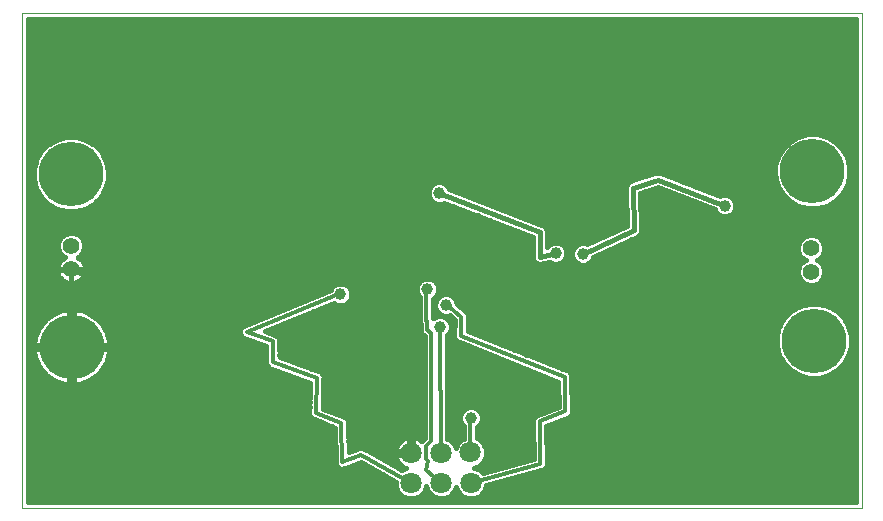
<source format=gbl>
G75*
%MOIN*%
%OFA0B0*%
%FSLAX25Y25*%
%IPPOS*%
%LPD*%
%AMOC8*
5,1,8,0,0,1.08239X$1,22.5*
%
%ADD10C,0.00394*%
%ADD11C,0.07087*%
%ADD12C,0.21500*%
%ADD13C,0.05543*%
%ADD14C,0.01600*%
%ADD15C,0.03962*%
%ADD16C,0.01200*%
D10*
X0013034Y0012996D02*
X0293034Y0012996D01*
X0293034Y0177996D01*
X0013034Y0177996D01*
X0013034Y0012996D01*
D11*
X0142853Y0021407D03*
X0152949Y0021428D03*
X0162790Y0021411D03*
X0162650Y0031511D03*
X0152750Y0031453D03*
X0142837Y0031315D03*
D12*
X0029744Y0066680D03*
X0029449Y0124296D03*
X0276631Y0125207D03*
X0277113Y0068760D03*
D13*
X0276268Y0091703D03*
X0276268Y0099577D03*
X0029561Y0100415D03*
X0029561Y0092541D03*
D14*
X0053628Y0082176D01*
X0056699Y0083111D01*
X0084207Y0072694D01*
X0087944Y0074140D01*
X0088034Y0081828D01*
X0088034Y0081247D01*
X0091038Y0075338D02*
X0038834Y0075338D01*
X0039054Y0075118D02*
X0038182Y0075990D01*
X0037229Y0076772D01*
X0036204Y0077457D01*
X0035116Y0078039D01*
X0033977Y0078511D01*
X0032797Y0078868D01*
X0031588Y0079109D01*
X0030544Y0079212D01*
X0030544Y0067480D01*
X0042276Y0067480D01*
X0042173Y0068524D01*
X0041932Y0069733D01*
X0041575Y0070913D01*
X0041103Y0072052D01*
X0040521Y0073140D01*
X0039836Y0074165D01*
X0039054Y0075118D01*
X0040121Y0073739D02*
X0087178Y0073739D01*
X0087134Y0073718D02*
X0086339Y0073388D01*
X0086316Y0073334D01*
X0086264Y0073310D01*
X0085971Y0072500D01*
X0085642Y0071704D01*
X0085665Y0071650D01*
X0085645Y0071595D01*
X0086011Y0070816D01*
X0086340Y0070021D01*
X0086394Y0069999D01*
X0086419Y0069946D01*
X0087229Y0069653D01*
X0088025Y0069324D01*
X0088079Y0069347D01*
X0094518Y0067022D01*
X0094621Y0061974D01*
X0094450Y0061499D01*
X0094639Y0061099D01*
X0094648Y0060657D01*
X0095012Y0060307D01*
X0095227Y0059851D01*
X0095643Y0059701D01*
X0095963Y0059394D01*
X0096467Y0059405D01*
X0109219Y0054820D01*
X0108984Y0045153D01*
X0108792Y0044682D01*
X0108963Y0044277D01*
X0108952Y0043839D01*
X0109302Y0043471D01*
X0109500Y0043002D01*
X0109906Y0042837D01*
X0110209Y0042519D01*
X0110717Y0042507D01*
X0117401Y0039785D01*
X0117764Y0028778D01*
X0117598Y0028405D01*
X0117792Y0027903D01*
X0117810Y0027365D01*
X0118108Y0027086D01*
X0118256Y0026705D01*
X0118748Y0026487D01*
X0119141Y0026120D01*
X0119549Y0026133D01*
X0119923Y0025968D01*
X0120424Y0026162D01*
X0120962Y0026180D01*
X0121241Y0026478D01*
X0126053Y0028339D01*
X0137710Y0021778D01*
X0137710Y0020384D01*
X0138493Y0018494D01*
X0139939Y0017047D01*
X0141830Y0016264D01*
X0143876Y0016264D01*
X0145766Y0017047D01*
X0147213Y0018494D01*
X0147905Y0020164D01*
X0148588Y0018515D01*
X0150035Y0017068D01*
X0151925Y0016285D01*
X0153972Y0016285D01*
X0155862Y0017068D01*
X0157309Y0018515D01*
X0157865Y0019859D01*
X0158429Y0018497D01*
X0159876Y0017050D01*
X0161767Y0016267D01*
X0163813Y0016267D01*
X0165703Y0017050D01*
X0167150Y0018497D01*
X0167933Y0020388D01*
X0167933Y0020547D01*
X0186187Y0025583D01*
X0186812Y0025589D01*
X0187035Y0025817D01*
X0187342Y0025901D01*
X0187650Y0026445D01*
X0188088Y0026891D01*
X0188084Y0027209D01*
X0188242Y0027486D01*
X0188075Y0028089D01*
X0187952Y0040370D01*
X0194695Y0043070D01*
X0195197Y0043076D01*
X0195508Y0043395D01*
X0195922Y0043561D01*
X0196119Y0044022D01*
X0196469Y0044381D01*
X0196464Y0044827D01*
X0196639Y0045237D01*
X0196453Y0045702D01*
X0196321Y0056229D01*
X0196497Y0056670D01*
X0196310Y0057104D01*
X0196304Y0057576D01*
X0195964Y0057908D01*
X0195776Y0058344D01*
X0195337Y0058519D01*
X0195000Y0058848D01*
X0194524Y0058842D01*
X0161695Y0071905D01*
X0161786Y0075994D01*
X0161871Y0076094D01*
X0161806Y0076888D01*
X0161824Y0077685D01*
X0161733Y0077780D01*
X0161723Y0077910D01*
X0161115Y0078426D01*
X0160564Y0079002D01*
X0160433Y0079005D01*
X0158072Y0081010D01*
X0158072Y0081374D01*
X0157527Y0082690D01*
X0156520Y0083697D01*
X0155203Y0084242D01*
X0153779Y0084242D01*
X0152462Y0083697D01*
X0151455Y0082690D01*
X0150910Y0081374D01*
X0150910Y0079949D01*
X0151455Y0078633D01*
X0152462Y0077625D01*
X0153779Y0077080D01*
X0155203Y0077080D01*
X0155673Y0077275D01*
X0157381Y0075824D01*
X0157271Y0070871D01*
X0157081Y0070393D01*
X0157252Y0069996D01*
X0157242Y0069564D01*
X0157598Y0069192D01*
X0157802Y0068719D01*
X0158203Y0068559D01*
X0158502Y0068247D01*
X0159017Y0068235D01*
X0191934Y0055137D01*
X0192039Y0046746D01*
X0185302Y0044049D01*
X0184803Y0044044D01*
X0184489Y0043723D01*
X0184073Y0043557D01*
X0183876Y0043098D01*
X0183527Y0042742D01*
X0183532Y0042294D01*
X0183355Y0041881D01*
X0183541Y0041418D01*
X0183662Y0029450D01*
X0166702Y0024772D01*
X0165703Y0025771D01*
X0163968Y0026490D01*
X0165564Y0027151D01*
X0167011Y0028598D01*
X0167794Y0030488D01*
X0167794Y0032534D01*
X0167011Y0034425D01*
X0165564Y0035871D01*
X0164797Y0036189D01*
X0164754Y0039913D01*
X0164793Y0039929D01*
X0165801Y0040937D01*
X0166346Y0042253D01*
X0166346Y0043678D01*
X0165801Y0044994D01*
X0164793Y0046001D01*
X0163477Y0046546D01*
X0162052Y0046546D01*
X0160736Y0046001D01*
X0159729Y0044994D01*
X0159184Y0043678D01*
X0159184Y0042253D01*
X0159729Y0040937D01*
X0160349Y0040316D01*
X0160397Y0036145D01*
X0159737Y0035871D01*
X0158290Y0034425D01*
X0157688Y0032972D01*
X0157111Y0034367D01*
X0155664Y0035813D01*
X0154921Y0036121D01*
X0154702Y0070483D01*
X0155519Y0071300D01*
X0156065Y0072617D01*
X0156065Y0074041D01*
X0155519Y0075358D01*
X0154512Y0076365D01*
X0153196Y0076910D01*
X0151771Y0076910D01*
X0150455Y0076365D01*
X0150358Y0076268D01*
X0150189Y0076438D01*
X0150189Y0082783D01*
X0150325Y0082840D01*
X0151332Y0083847D01*
X0151877Y0085163D01*
X0151877Y0086588D01*
X0151332Y0087904D01*
X0150325Y0088912D01*
X0149008Y0089457D01*
X0147584Y0089457D01*
X0146268Y0088912D01*
X0145260Y0087904D01*
X0144715Y0086588D01*
X0144715Y0085163D01*
X0145260Y0083847D01*
X0145789Y0083319D01*
X0145789Y0075692D01*
X0145618Y0075139D01*
X0145789Y0074815D01*
X0145789Y0074448D01*
X0146031Y0074206D01*
X0146031Y0073228D01*
X0145929Y0073095D01*
X0146031Y0072337D01*
X0146031Y0071572D01*
X0146149Y0071454D01*
X0146171Y0071288D01*
X0146779Y0070824D01*
X0147319Y0070283D01*
X0147373Y0070283D01*
X0147373Y0036179D01*
X0146452Y0035257D01*
X0146318Y0035391D01*
X0145637Y0035885D01*
X0144888Y0036267D01*
X0144088Y0036527D01*
X0143637Y0036598D01*
X0143637Y0032115D01*
X0142037Y0032115D01*
X0142037Y0030515D01*
X0137554Y0030515D01*
X0137625Y0030064D01*
X0137885Y0029264D01*
X0138267Y0028515D01*
X0138761Y0027834D01*
X0139356Y0027240D01*
X0140036Y0026745D01*
X0140786Y0026363D01*
X0141118Y0026256D01*
X0139939Y0025768D01*
X0139814Y0025642D01*
X0127995Y0032295D01*
X0127951Y0032408D01*
X0127215Y0032734D01*
X0126513Y0033129D01*
X0126396Y0033096D01*
X0126285Y0033146D01*
X0125533Y0032855D01*
X0124758Y0032638D01*
X0124698Y0032532D01*
X0122076Y0031518D01*
X0121767Y0040889D01*
X0121934Y0041299D01*
X0121738Y0041764D01*
X0121722Y0042268D01*
X0121398Y0042570D01*
X0121227Y0042978D01*
X0120759Y0043169D01*
X0120391Y0043513D01*
X0119949Y0043499D01*
X0113410Y0046161D01*
X0113648Y0055943D01*
X0113836Y0056466D01*
X0113670Y0056820D01*
X0113679Y0057210D01*
X0113296Y0057612D01*
X0113059Y0058115D01*
X0112692Y0058247D01*
X0112422Y0058530D01*
X0111867Y0058544D01*
X0098998Y0063171D01*
X0098895Y0068215D01*
X0099066Y0068688D01*
X0098877Y0069090D01*
X0098868Y0069534D01*
X0098505Y0069883D01*
X0098291Y0070338D01*
X0097873Y0070489D01*
X0097553Y0070796D01*
X0097050Y0070786D01*
X0094109Y0071848D01*
X0117077Y0081375D01*
X0117294Y0081158D01*
X0118610Y0080613D01*
X0120035Y0080613D01*
X0121351Y0081158D01*
X0122358Y0082165D01*
X0122904Y0083481D01*
X0122904Y0084906D01*
X0122358Y0086222D01*
X0121351Y0087230D01*
X0120035Y0087775D01*
X0118610Y0087775D01*
X0117294Y0087230D01*
X0116287Y0086222D01*
X0116081Y0085725D01*
X0087968Y0074064D01*
X0087913Y0074084D01*
X0087134Y0073718D01*
X0085823Y0072141D02*
X0041055Y0072141D01*
X0041687Y0070542D02*
X0086124Y0070542D01*
X0089195Y0068944D02*
X0042089Y0068944D01*
X0042276Y0065880D02*
X0030544Y0065880D01*
X0030544Y0067480D01*
X0028944Y0067480D01*
X0028944Y0079212D01*
X0027900Y0079109D01*
X0026691Y0078868D01*
X0025511Y0078511D01*
X0024372Y0078039D01*
X0023284Y0077457D01*
X0022259Y0076772D01*
X0021306Y0075990D01*
X0020434Y0075118D01*
X0019651Y0074165D01*
X0018966Y0073140D01*
X0018385Y0072052D01*
X0017913Y0070913D01*
X0017555Y0069733D01*
X0017315Y0068524D01*
X0017212Y0067480D01*
X0028944Y0067480D01*
X0028944Y0065880D01*
X0030544Y0065880D01*
X0030544Y0054148D01*
X0031588Y0054251D01*
X0032797Y0054491D01*
X0033977Y0054849D01*
X0035116Y0055321D01*
X0036204Y0055902D01*
X0037229Y0056587D01*
X0038182Y0057370D01*
X0039054Y0058242D01*
X0039836Y0059195D01*
X0040521Y0060220D01*
X0041103Y0061308D01*
X0041575Y0062447D01*
X0041932Y0063627D01*
X0042173Y0064836D01*
X0042276Y0065880D01*
X0042263Y0065747D02*
X0094544Y0065747D01*
X0094577Y0064148D02*
X0042036Y0064148D01*
X0041606Y0062550D02*
X0094609Y0062550D01*
X0094642Y0060951D02*
X0040912Y0060951D01*
X0039942Y0059353D02*
X0096612Y0059353D01*
X0100725Y0062550D02*
X0147373Y0062550D01*
X0147373Y0064148D02*
X0098978Y0064148D01*
X0098945Y0065747D02*
X0147373Y0065747D01*
X0147373Y0067345D02*
X0098913Y0067345D01*
X0098946Y0068944D02*
X0147373Y0068944D01*
X0147061Y0070542D02*
X0097818Y0070542D01*
X0094814Y0072141D02*
X0146031Y0072141D01*
X0146031Y0073739D02*
X0098668Y0073739D01*
X0102522Y0075338D02*
X0145679Y0075338D01*
X0145789Y0076936D02*
X0106376Y0076936D01*
X0102599Y0080133D02*
X0015031Y0080133D01*
X0015031Y0078535D02*
X0025591Y0078535D01*
X0028944Y0078535D02*
X0030544Y0078535D01*
X0030544Y0076936D02*
X0028944Y0076936D01*
X0028944Y0075338D02*
X0030544Y0075338D01*
X0030544Y0073739D02*
X0028944Y0073739D01*
X0028944Y0072141D02*
X0030544Y0072141D01*
X0030544Y0070542D02*
X0028944Y0070542D01*
X0028944Y0068944D02*
X0030544Y0068944D01*
X0030544Y0067345D02*
X0093623Y0067345D01*
X0105171Y0060951D02*
X0147373Y0060951D01*
X0147373Y0059353D02*
X0109617Y0059353D01*
X0113229Y0057754D02*
X0147373Y0057754D01*
X0147373Y0056156D02*
X0113724Y0056156D01*
X0113614Y0054557D02*
X0147373Y0054557D01*
X0147373Y0052959D02*
X0113575Y0052959D01*
X0113536Y0051360D02*
X0147373Y0051360D01*
X0147373Y0049761D02*
X0113498Y0049761D01*
X0113459Y0048163D02*
X0147373Y0048163D01*
X0147373Y0046564D02*
X0113420Y0046564D01*
X0116345Y0044966D02*
X0147373Y0044966D01*
X0147373Y0043367D02*
X0120547Y0043367D01*
X0121738Y0041769D02*
X0147373Y0041769D01*
X0147373Y0040170D02*
X0121791Y0040170D01*
X0121843Y0038572D02*
X0147373Y0038572D01*
X0147373Y0036973D02*
X0121896Y0036973D01*
X0121949Y0035375D02*
X0139340Y0035375D01*
X0139356Y0035391D02*
X0138761Y0034796D01*
X0138267Y0034116D01*
X0137885Y0033366D01*
X0137625Y0032566D01*
X0137554Y0032115D01*
X0142037Y0032115D01*
X0142037Y0036598D01*
X0141586Y0036527D01*
X0140786Y0036267D01*
X0140036Y0035885D01*
X0139356Y0035391D01*
X0138094Y0033776D02*
X0122001Y0033776D01*
X0122054Y0032178D02*
X0123782Y0032178D01*
X0128203Y0032178D02*
X0137564Y0032178D01*
X0138029Y0028981D02*
X0133883Y0028981D01*
X0131043Y0030579D02*
X0142037Y0030579D01*
X0142037Y0032178D02*
X0143637Y0032178D01*
X0143637Y0033776D02*
X0142037Y0033776D01*
X0142037Y0035375D02*
X0143637Y0035375D01*
X0146334Y0035375D02*
X0146570Y0035375D01*
X0154915Y0036973D02*
X0160388Y0036973D01*
X0160369Y0038572D02*
X0154905Y0038572D01*
X0154895Y0040170D02*
X0160351Y0040170D01*
X0159384Y0041769D02*
X0154885Y0041769D01*
X0154874Y0043367D02*
X0159184Y0043367D01*
X0159717Y0044966D02*
X0154864Y0044966D01*
X0154854Y0046564D02*
X0191585Y0046564D01*
X0192022Y0048163D02*
X0154844Y0048163D01*
X0154834Y0049761D02*
X0192002Y0049761D01*
X0191982Y0051360D02*
X0154823Y0051360D01*
X0154813Y0052959D02*
X0191962Y0052959D01*
X0191942Y0054557D02*
X0154803Y0054557D01*
X0154793Y0056156D02*
X0189376Y0056156D01*
X0185358Y0057754D02*
X0154783Y0057754D01*
X0154773Y0059353D02*
X0181341Y0059353D01*
X0177324Y0060951D02*
X0154762Y0060951D01*
X0154752Y0062550D02*
X0173306Y0062550D01*
X0169289Y0064148D02*
X0154742Y0064148D01*
X0154732Y0065747D02*
X0165272Y0065747D01*
X0161254Y0067345D02*
X0154722Y0067345D01*
X0154711Y0068944D02*
X0157705Y0068944D01*
X0157140Y0070542D02*
X0154761Y0070542D01*
X0155867Y0072141D02*
X0157299Y0072141D01*
X0157335Y0073739D02*
X0156065Y0073739D01*
X0155528Y0075338D02*
X0157370Y0075338D01*
X0156072Y0076936D02*
X0150189Y0076936D01*
X0150189Y0078535D02*
X0151553Y0078535D01*
X0150910Y0080133D02*
X0150189Y0080133D01*
X0150189Y0081732D02*
X0151058Y0081732D01*
X0150815Y0083330D02*
X0152096Y0083330D01*
X0151780Y0084929D02*
X0291037Y0084929D01*
X0291037Y0086527D02*
X0151877Y0086527D01*
X0151110Y0088126D02*
X0273663Y0088126D01*
X0273792Y0087997D02*
X0272562Y0089227D01*
X0271896Y0090833D01*
X0271896Y0092573D01*
X0272562Y0094179D01*
X0273792Y0095409D01*
X0274349Y0095640D01*
X0273792Y0095871D01*
X0272562Y0097101D01*
X0271896Y0098707D01*
X0271896Y0100447D01*
X0272562Y0102053D01*
X0273792Y0103283D01*
X0275399Y0103949D01*
X0277138Y0103949D01*
X0278744Y0103283D01*
X0279974Y0102053D01*
X0280640Y0100447D01*
X0280640Y0098707D01*
X0279974Y0097101D01*
X0278744Y0095871D01*
X0278187Y0095640D01*
X0278744Y0095409D01*
X0279974Y0094179D01*
X0280640Y0092573D01*
X0280640Y0090833D01*
X0279974Y0089227D01*
X0278744Y0087997D01*
X0277138Y0087331D01*
X0275399Y0087331D01*
X0273792Y0087997D01*
X0272356Y0089724D02*
X0033165Y0089724D01*
X0033048Y0089562D02*
X0033471Y0090145D01*
X0033797Y0090786D01*
X0034020Y0091470D01*
X0034132Y0092181D01*
X0034132Y0092455D01*
X0029646Y0092455D01*
X0029646Y0087969D01*
X0029920Y0087969D01*
X0030631Y0088081D01*
X0031315Y0088304D01*
X0031957Y0088631D01*
X0032539Y0089054D01*
X0033048Y0089562D01*
X0033972Y0091323D02*
X0271896Y0091323D01*
X0272041Y0092921D02*
X0034129Y0092921D01*
X0034132Y0092900D02*
X0034020Y0093611D01*
X0033797Y0094295D01*
X0033471Y0094937D01*
X0033048Y0095519D01*
X0032539Y0096028D01*
X0031957Y0096451D01*
X0031713Y0096574D01*
X0032037Y0096708D01*
X0033267Y0097938D01*
X0033932Y0099545D01*
X0033932Y0101284D01*
X0033267Y0102891D01*
X0032037Y0104121D01*
X0030430Y0104786D01*
X0028691Y0104786D01*
X0027084Y0104121D01*
X0025854Y0102891D01*
X0025189Y0101284D01*
X0025189Y0099545D01*
X0025854Y0097938D01*
X0027084Y0096708D01*
X0027408Y0096574D01*
X0027164Y0096451D01*
X0026582Y0096028D01*
X0026073Y0095519D01*
X0025650Y0094937D01*
X0025324Y0094295D01*
X0025101Y0093611D01*
X0024989Y0092900D01*
X0024989Y0092626D01*
X0029475Y0092626D01*
X0029475Y0092455D01*
X0029646Y0092455D01*
X0029646Y0092626D01*
X0034132Y0092626D01*
X0034132Y0092900D01*
X0033683Y0094520D02*
X0184757Y0094520D01*
X0184843Y0094465D02*
X0185057Y0094427D01*
X0185257Y0094344D01*
X0185522Y0094344D01*
X0185783Y0094297D01*
X0185995Y0094344D01*
X0186212Y0094344D01*
X0186457Y0094445D01*
X0188911Y0094985D01*
X0189019Y0094876D01*
X0190335Y0094331D01*
X0191760Y0094331D01*
X0193076Y0094876D01*
X0194084Y0095883D01*
X0194629Y0097199D01*
X0194629Y0098624D01*
X0194084Y0099940D01*
X0193076Y0100948D01*
X0191760Y0101493D01*
X0190335Y0101493D01*
X0189019Y0100948D01*
X0188134Y0100063D01*
X0188134Y0104617D01*
X0188145Y0104644D01*
X0188134Y0105093D01*
X0188134Y0105543D01*
X0188123Y0105569D01*
X0188122Y0105598D01*
X0187941Y0106010D01*
X0187769Y0106425D01*
X0187748Y0106445D01*
X0187737Y0106472D01*
X0187412Y0106782D01*
X0187094Y0107100D01*
X0187067Y0107111D01*
X0187046Y0107131D01*
X0186627Y0107293D01*
X0186212Y0107466D01*
X0186183Y0107466D01*
X0155634Y0119301D01*
X0155323Y0120052D01*
X0154315Y0121059D01*
X0152999Y0121605D01*
X0151574Y0121605D01*
X0150258Y0121059D01*
X0149251Y0120052D01*
X0148706Y0118736D01*
X0148706Y0117311D01*
X0149251Y0115995D01*
X0150258Y0114988D01*
X0151574Y0114442D01*
X0152999Y0114442D01*
X0153911Y0114820D01*
X0183334Y0103422D01*
X0183334Y0096956D01*
X0183288Y0096695D01*
X0183334Y0096483D01*
X0183334Y0096266D01*
X0183436Y0096021D01*
X0183493Y0095762D01*
X0183617Y0095584D01*
X0183700Y0095384D01*
X0183887Y0095197D01*
X0184039Y0094979D01*
X0184221Y0094862D01*
X0184375Y0094709D01*
X0184620Y0094608D01*
X0184843Y0094465D01*
X0186796Y0094520D02*
X0189879Y0094520D01*
X0192217Y0094520D02*
X0198466Y0094520D01*
X0198113Y0094666D02*
X0199430Y0094121D01*
X0200854Y0094121D01*
X0202170Y0094666D01*
X0203178Y0095673D01*
X0203580Y0096645D01*
X0218134Y0103357D01*
X0218549Y0103538D01*
X0218567Y0103557D01*
X0218590Y0103568D01*
X0218897Y0103900D01*
X0219211Y0104226D01*
X0219221Y0104250D01*
X0219238Y0104269D01*
X0219395Y0104694D01*
X0219560Y0105115D01*
X0219560Y0105141D01*
X0219569Y0105165D01*
X0219551Y0105617D01*
X0219319Y0118039D01*
X0225050Y0119889D01*
X0244013Y0112505D01*
X0244327Y0111747D01*
X0245334Y0110740D01*
X0246650Y0110195D01*
X0248075Y0110195D01*
X0249391Y0110740D01*
X0250399Y0111747D01*
X0250944Y0113064D01*
X0250944Y0114488D01*
X0250399Y0115804D01*
X0249391Y0116812D01*
X0248075Y0117357D01*
X0246650Y0117357D01*
X0245744Y0116982D01*
X0226110Y0124627D01*
X0225794Y0124789D01*
X0225668Y0124799D01*
X0225551Y0124845D01*
X0225196Y0124837D01*
X0224842Y0124866D01*
X0224722Y0124827D01*
X0224596Y0124825D01*
X0224271Y0124682D01*
X0216486Y0122169D01*
X0216364Y0122166D01*
X0216035Y0122023D01*
X0215694Y0121913D01*
X0215601Y0121834D01*
X0215489Y0121785D01*
X0215240Y0121527D01*
X0214967Y0121294D01*
X0214911Y0121185D01*
X0214826Y0121097D01*
X0214695Y0120763D01*
X0214532Y0120445D01*
X0214522Y0120322D01*
X0214477Y0120208D01*
X0214484Y0119850D01*
X0214455Y0119493D01*
X0214493Y0119376D01*
X0214723Y0107070D01*
X0201550Y0100994D01*
X0200854Y0101283D01*
X0199430Y0101283D01*
X0198113Y0100738D01*
X0197106Y0099730D01*
X0196561Y0098414D01*
X0196561Y0096989D01*
X0197106Y0095673D01*
X0198113Y0094666D01*
X0196922Y0096118D02*
X0194181Y0096118D01*
X0194629Y0097717D02*
X0196561Y0097717D01*
X0196934Y0099315D02*
X0194343Y0099315D01*
X0193110Y0100914D02*
X0198539Y0100914D01*
X0200142Y0097702D02*
X0217152Y0105547D01*
X0216886Y0119776D01*
X0225125Y0122435D01*
X0247363Y0113776D01*
X0244179Y0112103D02*
X0219430Y0112103D01*
X0219459Y0110505D02*
X0245902Y0110505D01*
X0248824Y0110505D02*
X0291037Y0110505D01*
X0291037Y0112103D02*
X0250546Y0112103D01*
X0250944Y0113702D02*
X0271859Y0113702D01*
X0271864Y0113699D02*
X0275005Y0112857D01*
X0278257Y0112857D01*
X0281398Y0113699D01*
X0284214Y0115325D01*
X0286513Y0117624D01*
X0288139Y0120440D01*
X0288981Y0123581D01*
X0288981Y0126833D01*
X0288139Y0129974D01*
X0286513Y0132790D01*
X0284214Y0135090D01*
X0281398Y0136716D01*
X0278257Y0137557D01*
X0275005Y0137557D01*
X0271864Y0136716D01*
X0269048Y0135090D01*
X0266749Y0132790D01*
X0265123Y0129974D01*
X0264281Y0126833D01*
X0264281Y0123581D01*
X0265123Y0120440D01*
X0266749Y0117624D01*
X0269048Y0115325D01*
X0271864Y0113699D01*
X0269090Y0115300D02*
X0250607Y0115300D01*
X0249181Y0116899D02*
X0267474Y0116899D01*
X0266244Y0118497D02*
X0241852Y0118497D01*
X0237747Y0120096D02*
X0265321Y0120096D01*
X0264787Y0121695D02*
X0233641Y0121695D01*
X0229536Y0123293D02*
X0264358Y0123293D01*
X0264281Y0124892D02*
X0041799Y0124892D01*
X0041799Y0125922D02*
X0040957Y0129063D01*
X0039332Y0131880D01*
X0037032Y0134179D01*
X0034216Y0135805D01*
X0031075Y0136646D01*
X0027823Y0136646D01*
X0024682Y0135805D01*
X0021866Y0134179D01*
X0019567Y0131880D01*
X0017941Y0129063D01*
X0017099Y0125922D01*
X0017099Y0122671D01*
X0017941Y0119530D01*
X0019567Y0116713D01*
X0021866Y0114414D01*
X0024682Y0112788D01*
X0027823Y0111946D01*
X0031075Y0111946D01*
X0034216Y0112788D01*
X0037032Y0114414D01*
X0039332Y0116713D01*
X0040957Y0119530D01*
X0041799Y0122671D01*
X0041799Y0125922D01*
X0041647Y0126490D02*
X0264281Y0126490D01*
X0264617Y0128089D02*
X0041219Y0128089D01*
X0040597Y0129687D02*
X0265046Y0129687D01*
X0265880Y0131286D02*
X0039674Y0131286D01*
X0038327Y0132884D02*
X0266842Y0132884D01*
X0268441Y0134483D02*
X0036506Y0134483D01*
X0033185Y0136081D02*
X0270765Y0136081D01*
X0282497Y0136081D02*
X0291037Y0136081D01*
X0291037Y0134483D02*
X0284821Y0134483D01*
X0286420Y0132884D02*
X0291037Y0132884D01*
X0291037Y0131286D02*
X0287382Y0131286D01*
X0288216Y0129687D02*
X0291037Y0129687D01*
X0291037Y0128089D02*
X0288645Y0128089D01*
X0288981Y0126490D02*
X0291037Y0126490D01*
X0291037Y0124892D02*
X0288981Y0124892D01*
X0288904Y0123293D02*
X0291037Y0123293D01*
X0291037Y0121695D02*
X0288475Y0121695D01*
X0287941Y0120096D02*
X0291037Y0120096D01*
X0291037Y0118497D02*
X0287018Y0118497D01*
X0285788Y0116899D02*
X0291037Y0116899D01*
X0291037Y0115300D02*
X0284172Y0115300D01*
X0281403Y0113702D02*
X0291037Y0113702D01*
X0291037Y0108906D02*
X0219489Y0108906D01*
X0219519Y0107308D02*
X0291037Y0107308D01*
X0291037Y0105709D02*
X0219549Y0105709D01*
X0219100Y0104111D02*
X0291037Y0104111D01*
X0291037Y0102512D02*
X0279515Y0102512D01*
X0280446Y0100914D02*
X0291037Y0100914D01*
X0291037Y0099315D02*
X0280640Y0099315D01*
X0280229Y0097717D02*
X0291037Y0097717D01*
X0291037Y0096118D02*
X0278992Y0096118D01*
X0279634Y0094520D02*
X0291037Y0094520D01*
X0291037Y0092921D02*
X0280495Y0092921D01*
X0280640Y0091323D02*
X0291037Y0091323D01*
X0291037Y0089724D02*
X0280180Y0089724D01*
X0278873Y0088126D02*
X0291037Y0088126D01*
X0291037Y0083330D02*
X0156886Y0083330D01*
X0157924Y0081732D02*
X0291037Y0081732D01*
X0291037Y0080133D02*
X0282114Y0080133D01*
X0281880Y0080268D02*
X0278739Y0081110D01*
X0275487Y0081110D01*
X0272346Y0080268D01*
X0269530Y0078642D01*
X0267231Y0076343D01*
X0265605Y0073527D01*
X0264763Y0070386D01*
X0264763Y0067134D01*
X0265605Y0063993D01*
X0267231Y0061177D01*
X0269530Y0058877D01*
X0272346Y0057251D01*
X0275487Y0056410D01*
X0278739Y0056410D01*
X0281880Y0057251D01*
X0284696Y0058877D01*
X0286996Y0061177D01*
X0288621Y0063993D01*
X0289463Y0067134D01*
X0289463Y0070386D01*
X0288621Y0073527D01*
X0286996Y0076343D01*
X0284696Y0078642D01*
X0281880Y0080268D01*
X0284804Y0078535D02*
X0291037Y0078535D01*
X0291037Y0076936D02*
X0286402Y0076936D01*
X0287576Y0075338D02*
X0291037Y0075338D01*
X0291037Y0073739D02*
X0288499Y0073739D01*
X0288993Y0072141D02*
X0291037Y0072141D01*
X0291037Y0070542D02*
X0289421Y0070542D01*
X0289463Y0068944D02*
X0291037Y0068944D01*
X0291037Y0067345D02*
X0289463Y0067345D01*
X0289091Y0065747D02*
X0291037Y0065747D01*
X0291037Y0064148D02*
X0288663Y0064148D01*
X0287788Y0062550D02*
X0291037Y0062550D01*
X0291037Y0060951D02*
X0286770Y0060951D01*
X0285171Y0059353D02*
X0291037Y0059353D01*
X0291037Y0057754D02*
X0282751Y0057754D01*
X0291037Y0056156D02*
X0196322Y0056156D01*
X0196342Y0054557D02*
X0291037Y0054557D01*
X0291037Y0052959D02*
X0196362Y0052959D01*
X0196382Y0051360D02*
X0291037Y0051360D01*
X0291037Y0049761D02*
X0196402Y0049761D01*
X0196422Y0048163D02*
X0291037Y0048163D01*
X0291037Y0046564D02*
X0196442Y0046564D01*
X0196523Y0044966D02*
X0291037Y0044966D01*
X0291037Y0043367D02*
X0195481Y0043367D01*
X0191445Y0041769D02*
X0291037Y0041769D01*
X0291037Y0040170D02*
X0187954Y0040170D01*
X0187970Y0038572D02*
X0291037Y0038572D01*
X0291037Y0036973D02*
X0187986Y0036973D01*
X0188002Y0035375D02*
X0291037Y0035375D01*
X0291037Y0033776D02*
X0188018Y0033776D01*
X0188034Y0032178D02*
X0291037Y0032178D01*
X0291037Y0030579D02*
X0188050Y0030579D01*
X0188066Y0028981D02*
X0291037Y0028981D01*
X0291037Y0027382D02*
X0188183Y0027382D01*
X0187003Y0025784D02*
X0291037Y0025784D01*
X0291037Y0024185D02*
X0181121Y0024185D01*
X0176164Y0027382D02*
X0165795Y0027382D01*
X0165672Y0025784D02*
X0170370Y0025784D01*
X0167169Y0028981D02*
X0181959Y0028981D01*
X0183650Y0030579D02*
X0167794Y0030579D01*
X0167794Y0032178D02*
X0183634Y0032178D01*
X0183618Y0033776D02*
X0167279Y0033776D01*
X0166060Y0035375D02*
X0183602Y0035375D01*
X0183586Y0036973D02*
X0164788Y0036973D01*
X0164770Y0038572D02*
X0183569Y0038572D01*
X0183553Y0040170D02*
X0165034Y0040170D01*
X0166145Y0041769D02*
X0183400Y0041769D01*
X0183992Y0043367D02*
X0166346Y0043367D01*
X0165812Y0044966D02*
X0187593Y0044966D01*
X0196122Y0057754D02*
X0271476Y0057754D01*
X0269055Y0059353D02*
X0193242Y0059353D01*
X0189225Y0060951D02*
X0267456Y0060951D01*
X0266438Y0062550D02*
X0185208Y0062550D01*
X0181190Y0064148D02*
X0265563Y0064148D01*
X0265135Y0065747D02*
X0177173Y0065747D01*
X0173156Y0067345D02*
X0264763Y0067345D01*
X0264763Y0068944D02*
X0169138Y0068944D01*
X0165121Y0070542D02*
X0264805Y0070542D01*
X0265233Y0072141D02*
X0161700Y0072141D01*
X0161736Y0073739D02*
X0265727Y0073739D01*
X0266650Y0075338D02*
X0161771Y0075338D01*
X0161807Y0076936D02*
X0267824Y0076936D01*
X0269422Y0078535D02*
X0161011Y0078535D01*
X0159105Y0080133D02*
X0272112Y0080133D01*
X0272902Y0094520D02*
X0201818Y0094520D01*
X0203362Y0096118D02*
X0273544Y0096118D01*
X0272307Y0097717D02*
X0205905Y0097717D01*
X0209371Y0099315D02*
X0271896Y0099315D01*
X0272090Y0100914D02*
X0212836Y0100914D01*
X0216302Y0102512D02*
X0273021Y0102512D01*
X0240939Y0113702D02*
X0219400Y0113702D01*
X0219370Y0115300D02*
X0236834Y0115300D01*
X0232728Y0116899D02*
X0219340Y0116899D01*
X0220739Y0118497D02*
X0228623Y0118497D01*
X0219969Y0123293D02*
X0041799Y0123293D01*
X0041538Y0121695D02*
X0215402Y0121695D01*
X0214479Y0120096D02*
X0155279Y0120096D01*
X0157707Y0118497D02*
X0214509Y0118497D01*
X0214539Y0116899D02*
X0161833Y0116899D01*
X0165959Y0115300D02*
X0214569Y0115300D01*
X0214599Y0113702D02*
X0170085Y0113702D01*
X0174211Y0112103D02*
X0214629Y0112103D01*
X0214659Y0110505D02*
X0178337Y0110505D01*
X0182464Y0108906D02*
X0214689Y0108906D01*
X0214718Y0107308D02*
X0186592Y0107308D01*
X0188073Y0105709D02*
X0211773Y0105709D01*
X0208307Y0104111D02*
X0188134Y0104111D01*
X0188134Y0102512D02*
X0204842Y0102512D01*
X0191048Y0097912D02*
X0185734Y0096744D01*
X0185734Y0105066D01*
X0152287Y0118023D01*
X0149945Y0115300D02*
X0037919Y0115300D01*
X0039439Y0116899D02*
X0148876Y0116899D01*
X0148706Y0118497D02*
X0040362Y0118497D01*
X0041109Y0120096D02*
X0149295Y0120096D01*
X0156798Y0113702D02*
X0035799Y0113702D01*
X0031661Y0112103D02*
X0160924Y0112103D01*
X0165050Y0110505D02*
X0015031Y0110505D01*
X0015031Y0112103D02*
X0027237Y0112103D01*
X0023099Y0113702D02*
X0015031Y0113702D01*
X0015031Y0115300D02*
X0020980Y0115300D01*
X0019459Y0116899D02*
X0015031Y0116899D01*
X0015031Y0118497D02*
X0018537Y0118497D01*
X0017789Y0120096D02*
X0015031Y0120096D01*
X0015031Y0121695D02*
X0017361Y0121695D01*
X0017099Y0123293D02*
X0015031Y0123293D01*
X0015031Y0124892D02*
X0017099Y0124892D01*
X0017251Y0126490D02*
X0015031Y0126490D01*
X0015031Y0128089D02*
X0017680Y0128089D01*
X0018301Y0129687D02*
X0015031Y0129687D01*
X0015031Y0131286D02*
X0019224Y0131286D01*
X0020571Y0132884D02*
X0015031Y0132884D01*
X0015031Y0134483D02*
X0022392Y0134483D01*
X0025713Y0136081D02*
X0015031Y0136081D01*
X0015031Y0137680D02*
X0291037Y0137680D01*
X0291037Y0139278D02*
X0015031Y0139278D01*
X0015031Y0140877D02*
X0291037Y0140877D01*
X0291037Y0142475D02*
X0015031Y0142475D01*
X0015031Y0144074D02*
X0291037Y0144074D01*
X0291037Y0145672D02*
X0015031Y0145672D01*
X0015031Y0147271D02*
X0291037Y0147271D01*
X0291037Y0148869D02*
X0015031Y0148869D01*
X0015031Y0150468D02*
X0291037Y0150468D01*
X0291037Y0152066D02*
X0015031Y0152066D01*
X0015031Y0153665D02*
X0291037Y0153665D01*
X0291037Y0155263D02*
X0015031Y0155263D01*
X0015031Y0156862D02*
X0291037Y0156862D01*
X0291037Y0158460D02*
X0015031Y0158460D01*
X0015031Y0160059D02*
X0291037Y0160059D01*
X0291037Y0161657D02*
X0015031Y0161657D01*
X0015031Y0163256D02*
X0291037Y0163256D01*
X0291037Y0164854D02*
X0015031Y0164854D01*
X0015031Y0166453D02*
X0291037Y0166453D01*
X0291037Y0168051D02*
X0015031Y0168051D01*
X0015031Y0169650D02*
X0291037Y0169650D01*
X0291037Y0171248D02*
X0015031Y0171248D01*
X0015031Y0172847D02*
X0291037Y0172847D01*
X0291037Y0174445D02*
X0015031Y0174445D01*
X0015031Y0175999D02*
X0015031Y0014993D01*
X0291037Y0014993D01*
X0291037Y0175999D01*
X0015031Y0175999D01*
X0015031Y0108906D02*
X0169176Y0108906D01*
X0173303Y0107308D02*
X0015031Y0107308D01*
X0015031Y0105709D02*
X0177429Y0105709D01*
X0181555Y0104111D02*
X0032047Y0104111D01*
X0033423Y0102512D02*
X0183334Y0102512D01*
X0183334Y0100914D02*
X0033932Y0100914D01*
X0033837Y0099315D02*
X0183334Y0099315D01*
X0183334Y0097717D02*
X0033045Y0097717D01*
X0032414Y0096118D02*
X0183395Y0096118D01*
X0188134Y0100914D02*
X0188985Y0100914D01*
X0145482Y0088126D02*
X0030767Y0088126D01*
X0029646Y0088126D02*
X0029475Y0088126D01*
X0029475Y0087969D02*
X0029475Y0092455D01*
X0024989Y0092455D01*
X0024989Y0092181D01*
X0025101Y0091470D01*
X0025324Y0090786D01*
X0025650Y0090145D01*
X0026073Y0089562D01*
X0026582Y0089054D01*
X0027164Y0088631D01*
X0027806Y0088304D01*
X0028490Y0088081D01*
X0029201Y0087969D01*
X0029475Y0087969D01*
X0028354Y0088126D02*
X0015031Y0088126D01*
X0015031Y0089724D02*
X0025956Y0089724D01*
X0025149Y0091323D02*
X0015031Y0091323D01*
X0015031Y0092921D02*
X0024992Y0092921D01*
X0025438Y0094520D02*
X0015031Y0094520D01*
X0015031Y0096118D02*
X0026707Y0096118D01*
X0026076Y0097717D02*
X0015031Y0097717D01*
X0015031Y0099315D02*
X0025284Y0099315D01*
X0025189Y0100914D02*
X0015031Y0100914D01*
X0015031Y0102512D02*
X0025698Y0102512D01*
X0027074Y0104111D02*
X0015031Y0104111D01*
X0029475Y0091323D02*
X0029646Y0091323D01*
X0029646Y0089724D02*
X0029475Y0089724D01*
X0033897Y0078535D02*
X0098745Y0078535D01*
X0094892Y0076936D02*
X0036984Y0076936D01*
X0028944Y0067345D02*
X0015031Y0067345D01*
X0015031Y0065747D02*
X0017225Y0065747D01*
X0017212Y0065880D02*
X0017315Y0064836D01*
X0017555Y0063627D01*
X0017913Y0062447D01*
X0018385Y0061308D01*
X0018966Y0060220D01*
X0019651Y0059195D01*
X0020434Y0058242D01*
X0021306Y0057370D01*
X0022259Y0056587D01*
X0023284Y0055902D01*
X0024372Y0055321D01*
X0025511Y0054849D01*
X0026691Y0054491D01*
X0027900Y0054251D01*
X0028944Y0054148D01*
X0028944Y0065880D01*
X0017212Y0065880D01*
X0017452Y0064148D02*
X0015031Y0064148D01*
X0015031Y0062550D02*
X0017882Y0062550D01*
X0018576Y0060951D02*
X0015031Y0060951D01*
X0015031Y0059353D02*
X0019546Y0059353D01*
X0020921Y0057754D02*
X0015031Y0057754D01*
X0015031Y0056156D02*
X0022905Y0056156D01*
X0026474Y0054557D02*
X0015031Y0054557D01*
X0015031Y0052959D02*
X0109174Y0052959D01*
X0109213Y0054557D02*
X0033014Y0054557D01*
X0030544Y0054557D02*
X0028944Y0054557D01*
X0028944Y0056156D02*
X0030544Y0056156D01*
X0030544Y0057754D02*
X0028944Y0057754D01*
X0028944Y0059353D02*
X0030544Y0059353D01*
X0030544Y0060951D02*
X0028944Y0060951D01*
X0028944Y0062550D02*
X0030544Y0062550D01*
X0030544Y0064148D02*
X0028944Y0064148D01*
X0028944Y0065747D02*
X0030544Y0065747D01*
X0018432Y0072141D02*
X0015031Y0072141D01*
X0015031Y0073739D02*
X0019367Y0073739D01*
X0020653Y0075338D02*
X0015031Y0075338D01*
X0015031Y0076936D02*
X0022504Y0076936D01*
X0015031Y0081732D02*
X0106453Y0081732D01*
X0110307Y0083330D02*
X0015031Y0083330D01*
X0015031Y0084929D02*
X0114160Y0084929D01*
X0116592Y0086527D02*
X0015031Y0086527D01*
X0015031Y0070542D02*
X0017801Y0070542D01*
X0017398Y0068944D02*
X0015031Y0068944D01*
X0036582Y0056156D02*
X0105504Y0056156D01*
X0101058Y0057754D02*
X0038566Y0057754D01*
X0015031Y0051360D02*
X0109135Y0051360D01*
X0109096Y0049761D02*
X0015031Y0049761D01*
X0015031Y0048163D02*
X0109057Y0048163D01*
X0109018Y0046564D02*
X0015031Y0046564D01*
X0015031Y0044966D02*
X0108908Y0044966D01*
X0109346Y0043367D02*
X0015031Y0043367D01*
X0015031Y0041769D02*
X0112529Y0041769D01*
X0116455Y0040170D02*
X0015031Y0040170D01*
X0015031Y0038572D02*
X0117441Y0038572D01*
X0117494Y0036973D02*
X0015031Y0036973D01*
X0015031Y0035375D02*
X0117546Y0035375D01*
X0117599Y0033776D02*
X0015031Y0033776D01*
X0015031Y0032178D02*
X0117652Y0032178D01*
X0117704Y0030579D02*
X0015031Y0030579D01*
X0015031Y0028981D02*
X0117757Y0028981D01*
X0117810Y0027382D02*
X0015031Y0027382D01*
X0015031Y0025784D02*
X0130593Y0025784D01*
X0133432Y0024185D02*
X0015031Y0024185D01*
X0015031Y0022587D02*
X0136272Y0022587D01*
X0137710Y0020988D02*
X0015031Y0020988D01*
X0015031Y0019390D02*
X0138122Y0019390D01*
X0139195Y0017791D02*
X0015031Y0017791D01*
X0015031Y0016193D02*
X0291037Y0016193D01*
X0291037Y0017791D02*
X0166444Y0017791D01*
X0167520Y0019390D02*
X0291037Y0019390D01*
X0291037Y0020988D02*
X0169531Y0020988D01*
X0175326Y0022587D02*
X0291037Y0022587D01*
X0159135Y0017791D02*
X0156585Y0017791D01*
X0157671Y0019390D02*
X0158060Y0019390D01*
X0149312Y0017791D02*
X0146511Y0017791D01*
X0147584Y0019390D02*
X0148226Y0019390D01*
X0139979Y0025784D02*
X0139563Y0025784D01*
X0139213Y0027382D02*
X0136723Y0027382D01*
X0127753Y0027382D02*
X0123580Y0027382D01*
X0156102Y0035375D02*
X0159240Y0035375D01*
X0158022Y0033776D02*
X0157355Y0033776D01*
X0145789Y0078535D02*
X0110229Y0078535D01*
X0114083Y0080133D02*
X0145789Y0080133D01*
X0145789Y0081732D02*
X0121925Y0081732D01*
X0122841Y0083330D02*
X0145777Y0083330D01*
X0144812Y0084929D02*
X0122894Y0084929D01*
X0122053Y0086527D02*
X0144715Y0086527D01*
D15*
X0148296Y0085876D03*
X0154491Y0080661D03*
X0152483Y0073329D03*
X0119323Y0084194D03*
X0088034Y0081247D03*
X0152287Y0118023D03*
X0191048Y0097912D03*
X0200142Y0097702D03*
X0247363Y0113776D03*
X0162765Y0042965D03*
D16*
X0162519Y0042965D01*
X0162650Y0031511D01*
X0152750Y0031453D02*
X0152483Y0073329D01*
X0149573Y0071457D02*
X0149573Y0035771D01*
X0149478Y0035171D01*
X0147807Y0033501D01*
X0147807Y0029406D01*
X0148452Y0028760D01*
X0147976Y0025782D01*
X0152949Y0021428D01*
X0162790Y0021411D02*
X0185878Y0027780D01*
X0185736Y0041853D01*
X0194258Y0045265D01*
X0194116Y0056637D01*
X0159462Y0070426D01*
X0159604Y0076823D01*
X0154917Y0080803D01*
X0154491Y0080661D01*
X0148296Y0085876D02*
X0147989Y0086445D01*
X0147989Y0075359D01*
X0148231Y0075284D01*
X0148231Y0072483D01*
X0149573Y0071457D01*
X0119323Y0084194D02*
X0119553Y0084784D01*
X0088023Y0071706D01*
X0096687Y0068578D01*
X0096829Y0061613D01*
X0111458Y0056353D01*
X0111173Y0044696D01*
X0119553Y0041284D01*
X0119979Y0028348D01*
X0126228Y0030765D01*
X0142853Y0021407D01*
M02*

</source>
